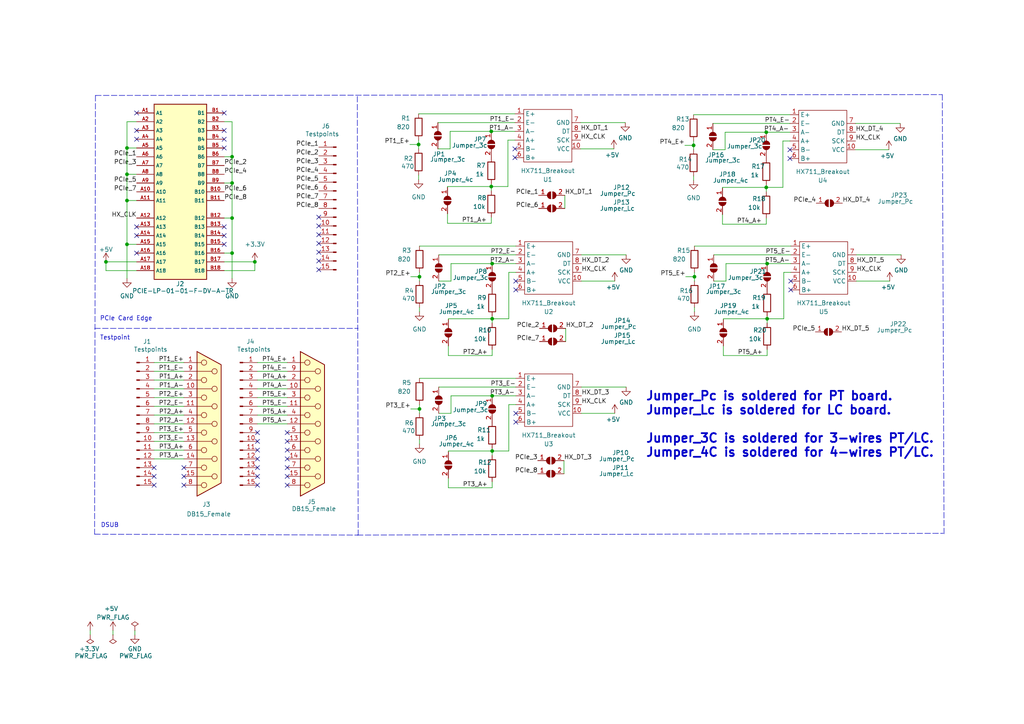
<source format=kicad_sch>
(kicad_sch (version 20211123) (generator eeschema)
  (paper "A4")
  (lib_symbols
    (symbol "Connector:Conn_01x15_Male" (pin_names (offset 1.016) hide)
      (property "Reference" "J" (at 0 20.32 0))
      (property "Value" "Conn_01x15_Male" (at 0 -20.32 0))
      (symbol "Conn_01x15_Male_1_1"
        (polyline (pts (xy 1.27 -17.78) (xy 0.8636 -17.78)) (stroke (width 0.1524)))
        (polyline (pts (xy 1.27 -15.24) (xy 0.8636 -15.24)) (stroke (width 0.1524)))
        (polyline (pts (xy 1.27 -12.7) (xy 0.8636 -12.7)) (stroke (width 0.1524)))
        (polyline (pts (xy 1.27 -10.16) (xy 0.8636 -10.16)) (stroke (width 0.1524)))
        (polyline (pts (xy 1.27 -7.62) (xy 0.8636 -7.62)) (stroke (width 0.1524)))
        (polyline (pts (xy 1.27 -5.08) (xy 0.8636 -5.08)) (stroke (width 0.1524)))
        (polyline (pts (xy 1.27 -2.54) (xy 0.8636 -2.54)) (stroke (width 0.1524)))
        (polyline (pts (xy 1.27 0) (xy 0.8636 0)) (stroke (width 0.1524)))
        (polyline (pts (xy 1.27 2.54) (xy 0.8636 2.54)) (stroke (width 0.1524)))
        (polyline (pts (xy 1.27 5.08) (xy 0.8636 5.08)) (stroke (width 0.1524)))
        (polyline (pts (xy 1.27 7.62) (xy 0.8636 7.62)) (stroke (width 0.1524)))
        (polyline (pts (xy 1.27 10.16) (xy 0.8636 10.16)) (stroke (width 0.1524)))
        (polyline (pts (xy 1.27 12.7) (xy 0.8636 12.7)) (stroke (width 0.1524)))
        (polyline (pts (xy 1.27 15.24) (xy 0.8636 15.24)) (stroke (width 0.1524)))
        (polyline (pts (xy 1.27 17.78) (xy 0.8636 17.78)) (stroke (width 0.1524)))
        (rectangle (start 0.8636 -17.653) (end 0 -17.907) (stroke (width 0.1524)) (fill (type outline)))
        (rectangle (start 0.8636 -15.113) (end 0 -15.367) (stroke (width 0.1524)) (fill (type outline)))
        (rectangle (start 0.8636 -12.573) (end 0 -12.827) (stroke (width 0.1524)) (fill (type outline)))
        (rectangle (start 0.8636 -10.033) (end 0 -10.287) (stroke (width 0.1524)) (fill (type outline)))
        (rectangle (start 0.8636 -7.493) (end 0 -7.747) (stroke (width 0.1524)) (fill (type outline)))
        (rectangle (start 0.8636 -4.953) (end 0 -5.207) (stroke (width 0.1524)) (fill (type outline)))
        (rectangle (start 0.8636 -2.413) (end 0 -2.667) (stroke (width 0.1524)) (fill (type outline)))
        (rectangle (start 0.8636 0.127) (end 0 -0.127) (stroke (width 0.1524)) (fill (type outline)))
        (rectangle (start 0.8636 2.667) (end 0 2.413) (stroke (width 0.1524)) (fill (type outline)))
        (rectangle (start 0.8636 5.207) (end 0 4.953) (stroke (width 0.1524)) (fill (type outline)))
        (rectangle (start 0.8636 7.747) (end 0 7.493) (stroke (width 0.1524)) (fill (type outline)))
        (rectangle (start 0.8636 10.287) (end 0 10.033) (stroke (width 0.1524)) (fill (type outline)))
        (rectangle (start 0.8636 12.827) (end 0 12.573) (stroke (width 0.1524)) (fill (type outline)))
        (rectangle (start 0.8636 15.367) (end 0 15.113) (stroke (width 0.1524)) (fill (type outline)))
        (rectangle (start 0.8636 17.907) (end 0 17.653) (stroke (width 0.1524)) (fill (type outline)))
        (pin passive line (at 5.08 17.78 180) (length 3.81) (name "Pin_1") (number "1"))
        (pin passive line (at 5.08 -5.08 180) (length 3.81) (name "Pin_10") (number "10"))
        (pin passive line (at 5.08 -7.62 180) (length 3.81) (name "Pin_11") (number "11"))
        (pin passive line (at 5.08 -10.16 180) (length 3.81) (name "Pin_12") (number "12"))
        (pin passive line (at 5.08 -12.7 180) (length 3.81) (name "Pin_13") (number "13"))
        (pin passive line (at 5.08 -15.24 180) (length 3.81) (name "Pin_14") (number "14"))
        (pin passive line (at 5.08 -17.78 180) (length 3.81) (name "Pin_15") (number "15"))
        (pin passive line (at 5.08 15.24 180) (length 3.81) (name "Pin_2") (number "2"))
        (pin passive line (at 5.08 12.7 180) (length 3.81) (name "Pin_3") (number "3"))
        (pin passive line (at 5.08 10.16 180) (length 3.81) (name "Pin_4") (number "4"))
        (pin passive line (at 5.08 7.62 180) (length 3.81) (name "Pin_5") (number "5"))
        (pin passive line (at 5.08 5.08 180) (length 3.81) (name "Pin_6") (number "6"))
        (pin passive line (at 5.08 2.54 180) (length 3.81) (name "Pin_7") (number "7"))
        (pin passive line (at 5.08 0 180) (length 3.81) (name "Pin_8") (number "8"))
        (pin passive line (at 5.08 -2.54 180) (length 3.81) (name "Pin_9") (number "9"))
      )
    )
    (symbol "Connector:DB15_Female" (pin_names (offset 1.016) hide)
      (property "Reference" "J" (at 0.508 21.59 0))
      (property "Value" "DB15_Female" (at 0 -22.225 0))
      (symbol "DB15_Female_0_1"
        (circle (center -1.778 -17.78) (radius 0.762))
        (circle (center -1.778 -12.7) (radius 0.762))
        (circle (center -1.778 -7.62) (radius 0.762))
        (circle (center -1.778 -2.54) (radius 0.762))
        (circle (center -1.778 2.54) (radius 0.762))
        (circle (center -1.778 7.62) (radius 0.762))
        (circle (center -1.778 12.7) (radius 0.762))
        (circle (center -1.778 17.78) (radius 0.762))
        (polyline (pts (xy -3.81 -17.78) (xy -2.54 -17.78)))
        (polyline (pts (xy -3.81 -15.24) (xy 0.508 -15.24)))
        (polyline (pts (xy -3.81 -12.7) (xy -2.54 -12.7)))
        (polyline (pts (xy -3.81 -10.16) (xy 0.508 -10.16)))
        (polyline (pts (xy -3.81 -7.62) (xy -2.54 -7.62)))
        (polyline (pts (xy -3.81 -5.08) (xy 0.508 -5.08)))
        (polyline (pts (xy -3.81 -2.54) (xy -2.54 -2.54)))
        (polyline (pts (xy -3.81 0) (xy 0.508 0)))
        (polyline (pts (xy -3.81 2.54) (xy -2.54 2.54)))
        (polyline (pts (xy -3.81 5.08) (xy 0.508 5.08)))
        (polyline (pts (xy -3.81 7.62) (xy -2.54 7.62)))
        (polyline (pts (xy -3.81 10.16) (xy 0.508 10.16)))
        (polyline (pts (xy -3.81 12.7) (xy -2.54 12.7)))
        (polyline (pts (xy -3.81 15.24) (xy 0.508 15.24)))
        (polyline (pts (xy -3.81 17.78) (xy -2.54 17.78)))
        (polyline (pts (xy -3.81 20.955) (xy 3.175 17.145) (xy 3.175 -17.145) (xy -3.81 -20.955) (xy -3.81 20.955)) (stroke (width 0.254)) (fill (type background)))
        (circle (center 1.27 -15.24) (radius 0.762))
        (circle (center 1.27 -10.16) (radius 0.762))
        (circle (center 1.27 -5.08) (radius 0.762))
        (circle (center 1.27 0) (radius 0.762))
        (circle (center 1.27 5.08) (radius 0.762))
        (circle (center 1.27 10.16) (radius 0.762))
        (circle (center 1.27 15.24) (radius 0.762))
      )
      (symbol "DB15_Female_1_1"
        (pin passive line (at -7.62 17.78 0) (length 3.81) (name "1") (number "1"))
        (pin passive line (at -7.62 10.16 0) (length 3.81) (name "P10") (number "10"))
        (pin passive line (at -7.62 5.08 0) (length 3.81) (name "P111") (number "11"))
        (pin passive line (at -7.62 0 0) (length 3.81) (name "P12") (number "12"))
        (pin passive line (at -7.62 -5.08 0) (length 3.81) (name "P13") (number "13"))
        (pin passive line (at -7.62 -10.16 0) (length 3.81) (name "P14") (number "14"))
        (pin passive line (at -7.62 -15.24 0) (length 3.81) (name "P15") (number "15"))
        (pin passive line (at -7.62 12.7 0) (length 3.81) (name "2") (number "2"))
        (pin passive line (at -7.62 7.62 0) (length 3.81) (name "3") (number "3"))
        (pin passive line (at -7.62 2.54 0) (length 3.81) (name "4") (number "4"))
        (pin passive line (at -7.62 -2.54 0) (length 3.81) (name "5") (number "5"))
        (pin passive line (at -7.62 -7.62 0) (length 3.81) (name "6") (number "6"))
        (pin passive line (at -7.62 -12.7 0) (length 3.81) (name "7") (number "7"))
        (pin passive line (at -7.62 -17.78 0) (length 3.81) (name "8") (number "8"))
        (pin passive line (at -7.62 15.24 0) (length 3.81) (name "P9") (number "9"))
      )
    )
    (symbol "Device:R" (pin_numbers hide) (pin_names (offset 0))
      (property "Reference" "R" (at 2.032 0 90))
      (property "Value" "R" (at 0 0 90))
      (symbol "R_0_1"
        (rectangle (start -1.016 -2.54) (end 1.016 2.54) (stroke (width 0.254)))
      )
      (symbol "R_1_1"
        (pin passive line (at 0 3.81 270) (length 1.27) (name "~") (number "1"))
        (pin passive line (at 0 -3.81 90) (length 1.27) (name "~") (number "2"))
      )
    )
    (symbol "ELLIE:HX711_Breakout"
      (property "Reference" "U" (at -1.27 -5.08 0))
      (property "Value" "HX711_Breakout" (at -1.27 -7.62 0))
      (symbol "HX711_Breakout_0_1"
        (rectangle (start -8.89 11.43) (end 5.08 -3.81))
      )
      (symbol "HX711_Breakout_1_1"
        (pin output line (at -11.43 10.16 0) (length 2.54) (name "E+") (number "1"))
        (pin power_in line (at 7.62 0 180) (length 2.54) (name "VCC") (number "10"))
        (pin output line (at -11.43 7.62 0) (length 2.54) (name "E-") (number "2"))
        (pin input line (at -11.43 5.08 0) (length 2.54) (name "A-") (number "3"))
        (pin input line (at -11.43 2.54 0) (length 2.54) (name "A+") (number "4"))
        (pin output line (at -11.43 0 0) (length 2.54) (name "B-") (number "5"))
        (pin output line (at -11.43 -2.54 0) (length 2.54) (name "B+") (number "6"))
        (pin power_in line (at 7.62 7.62 180) (length 2.54) (name "GND") (number "7"))
        (pin input line (at 7.62 5.08 180) (length 2.54) (name "DT") (number "8"))
        (pin input line (at 7.62 2.54 180) (length 2.54) (name "SCK") (number "9"))
      )
    )
    (symbol "HX711_Breakout_1"
      (property "Reference" "U" (at -1.27 -5.08 0))
      (property "Value" "HX711_Breakout_1" (at -1.27 -7.62 0))
      (symbol "HX711_Breakout_1_0_1"
        (rectangle (start -8.89 11.43) (end 5.08 -3.81))
      )
      (symbol "HX711_Breakout_1_1_1"
        (pin output line (at -11.43 10.16 0) (length 2.54) (name "E+") (number "1"))
        (pin power_in line (at 7.62 0 180) (length 2.54) (name "VCC") (number "10"))
        (pin output line (at -11.43 7.62 0) (length 2.54) (name "E-") (number "2"))
        (pin input line (at -11.43 5.08 0) (length 2.54) (name "A-") (number "3"))
        (pin input line (at -11.43 2.54 0) (length 2.54) (name "A+") (number "4"))
        (pin output line (at -11.43 0 0) (length 2.54) (name "B-") (number "5"))
        (pin output line (at -11.43 -2.54 0) (length 2.54) (name "B+") (number "6"))
        (pin power_in line (at 7.62 7.62 180) (length 2.54) (name "GND") (number "7"))
        (pin input line (at 7.62 5.08 180) (length 2.54) (name "DT") (number "8"))
        (pin input line (at 7.62 2.54 180) (length 2.54) (name "SCK") (number "9"))
      )
    )
    (symbol "HX711_Breakout_2"
      (property "Reference" "U" (at -1.27 -5.08 0))
      (property "Value" "HX711_Breakout_2" (at -1.27 -7.62 0))
      (symbol "HX711_Breakout_2_0_1"
        (rectangle (start -8.89 11.43) (end 5.08 -3.81))
      )
      (symbol "HX711_Breakout_2_1_1"
        (pin output line (at -11.43 10.16 0) (length 2.54) (name "E+") (number "1"))
        (pin power_in line (at 7.62 0 180) (length 2.54) (name "VCC") (number "10"))
        (pin output line (at -11.43 7.62 0) (length 2.54) (name "E-") (number "2"))
        (pin input line (at -11.43 5.08 0) (length 2.54) (name "A-") (number "3"))
        (pin input line (at -11.43 2.54 0) (length 2.54) (name "A+") (number "4"))
        (pin output line (at -11.43 0 0) (length 2.54) (name "B-") (number "5"))
        (pin output line (at -11.43 -2.54 0) (length 2.54) (name "B+") (number "6"))
        (pin power_in line (at 7.62 7.62 180) (length 2.54) (name "GND") (number "7"))
        (pin input line (at 7.62 5.08 180) (length 2.54) (name "DT") (number "8"))
        (pin input line (at 7.62 2.54 180) (length 2.54) (name "SCK") (number "9"))
      )
    )
    (symbol "HX711_Breakout_3"
      (property "Reference" "U" (at -1.27 -5.08 0))
      (property "Value" "HX711_Breakout_3" (at -1.27 -7.62 0))
      (symbol "HX711_Breakout_3_0_1"
        (rectangle (start -8.89 11.43) (end 5.08 -3.81))
      )
      (symbol "HX711_Breakout_3_1_1"
        (pin output line (at -11.43 10.16 0) (length 2.54) (name "E+") (number "1"))
        (pin power_in line (at 7.62 0 180) (length 2.54) (name "VCC") (number "10"))
        (pin output line (at -11.43 7.62 0) (length 2.54) (name "E-") (number "2"))
        (pin input line (at -11.43 5.08 0) (length 2.54) (name "A-") (number "3"))
        (pin input line (at -11.43 2.54 0) (length 2.54) (name "A+") (number "4"))
        (pin output line (at -11.43 0 0) (length 2.54) (name "B-") (number "5"))
        (pin output line (at -11.43 -2.54 0) (length 2.54) (name "B+") (number "6"))
        (pin power_in line (at 7.62 7.62 180) (length 2.54) (name "GND") (number "7"))
        (pin input line (at 7.62 5.08 180) (length 2.54) (name "DT") (number "8"))
        (pin input line (at 7.62 2.54 180) (length 2.54) (name "SCK") (number "9"))
      )
    )
    (symbol "HX711_Breakout_4"
      (property "Reference" "U" (at -1.27 -5.08 0))
      (property "Value" "HX711_Breakout_4" (at -1.27 -7.62 0))
      (symbol "HX711_Breakout_4_0_1"
        (rectangle (start -8.89 11.43) (end 5.08 -3.81))
      )
      (symbol "HX711_Breakout_4_1_1"
        (pin output line (at -11.43 10.16 0) (length 2.54) (name "E+") (number "1"))
        (pin power_in line (at 7.62 0 180) (length 2.54) (name "VCC") (number "10"))
        (pin output line (at -11.43 7.62 0) (length 2.54) (name "E-") (number "2"))
        (pin input line (at -11.43 5.08 0) (length 2.54) (name "A-") (number "3"))
        (pin input line (at -11.43 2.54 0) (length 2.54) (name "A+") (number "4"))
        (pin output line (at -11.43 0 0) (length 2.54) (name "B-") (number "5"))
        (pin output line (at -11.43 -2.54 0) (length 2.54) (name "B+") (number "6"))
        (pin power_in line (at 7.62 7.62 180) (length 2.54) (name "GND") (number "7"))
        (pin input line (at 7.62 5.08 180) (length 2.54) (name "DT") (number "8"))
        (pin input line (at 7.62 2.54 180) (length 2.54) (name "SCK") (number "9"))
      )
    )
    (symbol "Jumper:SolderJumper_2_Open" (pin_names (offset 0) hide)
      (property "Reference" "JP" (at 0 2.032 0))
      (property "Value" "SolderJumper_2_Open" (at 0 -2.54 0))
      (symbol "SolderJumper_2_Open_0_1"
        (arc (start -0.254 1.016) (mid -1.27 0) (end -0.254 -1.016))
        (arc (start -0.254 1.016) (mid -1.27 0) (end -0.254 -1.016) (fill (type outline)))
        (polyline (pts (xy -0.254 1.016) (xy -0.254 -1.016)))
        (polyline (pts (xy 0.254 1.016) (xy 0.254 -1.016)))
        (arc (start 0.254 -1.016) (mid 1.27 0) (end 0.254 1.016))
        (arc (start 0.254 -1.016) (mid 1.27 0) (end 0.254 1.016) (fill (type outline)))
      )
      (symbol "SolderJumper_2_Open_1_1"
        (pin passive line (at -3.81 0 0) (length 2.54) (name "A") (number "1"))
        (pin passive line (at 3.81 0 180) (length 2.54) (name "B") (number "2"))
      )
    )
    (symbol "PCIE_Card_Edge:PCIE-LP-01-01-F-DV-A-TR_(card_edge)"
      (property "Reference" "J" (at 0 0 0))
      (property "Value" "PCIE-LP-01-01-F-DV-A-TR_(card_edge)" (at 0 0 0))
      (symbol "PCIE-LP-01-01-F-DV-A-TR_(card_edge)_0_0"
        (rectangle (start -6.35 3.81) (end 8.89 54.61) (stroke (width 0.254)) (fill (type background)))
        (pin passive line (at -11.43 52.07 0) (length 5.08) (name "A1") (number "A1"))
        (pin passive line (at -11.43 29.21 0) (length 5.08) (name "A10") (number "A10"))
        (pin passive line (at -11.43 26.67 0) (length 5.08) (name "A11") (number "A11"))
        (pin passive line (at -11.43 21.59 0) (length 5.08) (name "A12") (number "A12"))
        (pin passive line (at -11.43 19.05 0) (length 5.08) (name "A13") (number "A13"))
        (pin passive line (at -11.43 16.51 0) (length 5.08) (name "A14") (number "A14"))
        (pin passive line (at -11.43 13.97 0) (length 5.08) (name "A15") (number "A15"))
        (pin passive line (at -11.43 11.43 0) (length 5.08) (name "A16") (number "A16"))
        (pin passive line (at -11.43 8.89 0) (length 5.08) (name "A17") (number "A17"))
        (pin passive line (at -11.43 6.35 0) (length 5.08) (name "A18") (number "A18"))
        (pin passive line (at -11.43 49.53 0) (length 5.08) (name "A2") (number "A2"))
        (pin passive line (at -11.43 46.99 0) (length 5.08) (name "A3") (number "A3"))
        (pin passive line (at -11.43 44.45 0) (length 5.08) (name "A4") (number "A4"))
        (pin passive line (at -11.43 41.91 0) (length 5.08) (name "A5") (number "A5"))
        (pin passive line (at -11.43 39.37 0) (length 5.08) (name "A6") (number "A6"))
        (pin passive line (at -11.43 36.83 0) (length 5.08) (name "A7") (number "A7"))
        (pin passive line (at -11.43 34.29 0) (length 5.08) (name "A8") (number "A8"))
        (pin passive line (at -11.43 31.75 0) (length 5.08) (name "A9") (number "A9"))
        (pin passive line (at 13.97 52.07 180) (length 5.08) (name "B1") (number "B1"))
        (pin passive line (at 13.97 29.21 180) (length 5.08) (name "B10") (number "B10"))
        (pin passive line (at 13.97 26.67 180) (length 5.08) (name "B11") (number "B11"))
        (pin passive line (at 13.97 21.59 180) (length 5.08) (name "B12") (number "B12"))
        (pin passive line (at 13.97 19.05 180) (length 5.08) (name "B13") (number "B13"))
        (pin passive line (at 13.97 16.51 180) (length 5.08) (name "B14") (number "B14"))
        (pin passive line (at 13.97 13.97 180) (length 5.08) (name "B15") (number "B15"))
        (pin passive line (at 13.97 11.43 180) (length 5.08) (name "B16") (number "B16"))
        (pin passive line (at 13.97 8.89 180) (length 5.08) (name "B17") (number "B17"))
        (pin passive line (at 13.97 6.35 180) (length 5.08) (name "B18") (number "B18"))
        (pin passive line (at 13.97 49.53 180) (length 5.08) (name "B2") (number "B2"))
        (pin passive line (at 13.97 46.99 180) (length 5.08) (name "B3") (number "B3"))
        (pin passive line (at 13.97 44.45 180) (length 5.08) (name "B4") (number "B4"))
        (pin passive line (at 13.97 41.91 180) (length 5.08) (name "B5") (number "B5"))
        (pin passive line (at 13.97 39.37 180) (length 5.08) (name "B6") (number "B6"))
        (pin passive line (at 13.97 36.83 180) (length 5.08) (name "B7") (number "B7"))
        (pin passive line (at 13.97 34.29 180) (length 5.08) (name "B8") (number "B8"))
        (pin passive line (at 13.97 31.75 180) (length 5.08) (name "B9") (number "B9"))
      )
    )
    (symbol "power:+3.3V" (power) (pin_names (offset 0))
      (property "Value" "+3.3V" (at 0 3.556 0))
      (symbol "+3.3V_0_1"
        (polyline (pts (xy -0.762 1.27) (xy 0 2.54)))
        (polyline (pts (xy 0 0) (xy 0 2.54)))
        (polyline (pts (xy 0 2.54) (xy 0.762 1.27)))
      )
      (symbol "+3.3V_1_1"
        (pin power_in line (at 0 0 90) (length 0) hide (name "+3.3V") (number "1"))
      )
    )
    (symbol "power:+5V" (power) (pin_names (offset 0))
      (property "Value" "+5V" (at 0 3.556 0))
      (symbol "+5V_0_1"
        (polyline (pts (xy -0.762 1.27) (xy 0 2.54)))
        (polyline (pts (xy 0 0) (xy 0 2.54)))
        (polyline (pts (xy 0 2.54) (xy 0.762 1.27)))
      )
      (symbol "+5V_1_1"
        (pin power_in line (at 0 0 90) (length 0) hide (name "+5V") (number "1"))
      )
    )
    (symbol "power:GND" (power) (pin_names (offset 0))
      (property "Value" "GND" (at 0 -3.81 0))
      (symbol "GND_0_1"
        (polyline (pts (xy 0 0) (xy 0 -1.27) (xy 1.27 -1.27) (xy 0 -2.54) (xy -1.27 -1.27) (xy 0 -1.27)))
      )
      (symbol "GND_1_1"
        (pin power_in line (at 0 0 270) (length 0) hide (name "GND") (number "1"))
      )
    )
    (symbol "power:PWR_FLAG" (power) (pin_numbers hide) (pin_names (offset 0) hide)
      (property "Value" "PWR_FLAG" (at 0 3.81 0))
      (symbol "PWR_FLAG_0_0"
        (pin power_out line (at 0 0 90) (length 0) (name "pwr") (number "1"))
      )
      (symbol "PWR_FLAG_0_1"
        (polyline (pts (xy 0 0) (xy 0 1.27) (xy -1.016 1.905) (xy 0 2.54) (xy 1.016 1.905) (xy 0 1.27)))
      )
    )
  )
  (junction (at 222.25 54.356))
  (junction (at 201.168 42.164))
  (junction (at 121.412 41.91))
  (junction (at 121.666 80.264))
  (junction (at 36.83 58.166))
  (junction (at 67.31 45.466))
  (junction (at 73.914 75.946))
  (junction (at 201.422 80.264))
  (junction (at 142.748 76.454))
  (junction (at 36.83 70.866))
  (junction (at 142.748 130.81))
  (junction (at 67.31 63.246))
  (junction (at 36.83 50.546))
  (junction (at 67.31 53.086))
  (junction (at 30.734 75.946))
  (junction (at 36.83 42.926))
  (junction (at 142.494 38.1))
  (junction (at 142.748 92.456))
  (junction (at 67.31 73.406))
  (junction (at 142.748 114.808))
  (junction (at 222.504 92.456))
  (junction (at 222.504 76.454))
  (junction (at 222.25 38.354))
  (junction (at 121.666 118.618))
  (junction (at 142.494 54.102))
  (no_connect (at 65.024 32.766))
  (no_connect (at 39.624 40.386))
  (no_connect (at 74.676 130.556))
  (no_connect (at 83.312 125.476))
  (no_connect (at 229.108 43.434))
  (no_connect (at 44.704 135.636))
  (no_connect (at 65.024 68.326))
  (no_connect (at 92.456 75.692))
  (no_connect (at 92.456 70.612))
  (no_connect (at 39.624 37.846))
  (no_connect (at 149.606 122.428))
  (no_connect (at 74.676 128.016))
  (no_connect (at 74.676 135.636))
  (no_connect (at 74.676 140.716))
  (no_connect (at 53.34 138.176))
  (no_connect (at 65.024 42.926))
  (no_connect (at 74.676 125.476))
  (no_connect (at 44.704 140.716))
  (no_connect (at 149.606 119.888))
  (no_connect (at 229.362 84.074))
  (no_connect (at 149.606 81.534))
  (no_connect (at 83.312 140.716))
  (no_connect (at 92.456 65.532))
  (no_connect (at 229.362 81.534))
  (no_connect (at 83.312 138.176))
  (no_connect (at 39.624 65.786))
  (no_connect (at 74.676 138.176))
  (no_connect (at 74.676 133.096))
  (no_connect (at 53.34 135.636))
  (no_connect (at 92.456 62.992))
  (no_connect (at 65.024 37.846))
  (no_connect (at 83.312 130.556))
  (no_connect (at 149.352 43.18))
  (no_connect (at 92.456 73.152))
  (no_connect (at 229.108 45.974))
  (no_connect (at 65.024 40.386))
  (no_connect (at 83.312 133.096))
  (no_connect (at 92.456 68.072))
  (no_connect (at 149.352 45.72))
  (no_connect (at 39.624 68.326))
  (no_connect (at 83.312 128.016))
  (no_connect (at 53.34 140.716))
  (no_connect (at 39.624 73.406))
  (no_connect (at 65.024 70.866))
  (no_connect (at 44.704 138.176))
  (no_connect (at 92.456 78.232))
  (no_connect (at 65.024 65.786))
  (no_connect (at 149.606 84.074))
  (no_connect (at 83.312 135.636))
  (no_connect (at 39.624 32.766))
  (wire (pts (xy 127.254 112.268) (xy 149.606 112.268)))
  (wire (pts (xy 168.656 81.534) (xy 178.308 81.534)))
  (wire (pts (xy 222.25 63.246) (xy 222.25 65.024)))
  (wire (pts (xy 67.31 73.406) (xy 67.31 80.772)))
  (wire (pts (xy 201.168 40.894) (xy 201.168 42.164)))
  (wire (pts (xy 222.25 38.354) (xy 229.108 38.354)))
  (wire (pts (xy 130.81 114.808) (xy 142.748 114.808)))
  (wire (pts (xy 227.33 78.994) (xy 227.33 92.456)))
  (wire (pts (xy 74.676 107.696) (xy 83.312 107.696)))
  (wire (pts (xy 121.666 80.264) (xy 121.666 81.534)))
  (wire (pts (xy 130.556 38.1) (xy 142.494 38.1)))
  (wire (pts (xy 127.254 119.888) (xy 130.81 119.888)))
  (wire (pts (xy 130.556 43.18) (xy 130.556 38.1)))
  (wire (pts (xy 227.076 40.894) (xy 229.108 40.894)))
  (wire (pts (xy 129.794 54.102) (xy 142.494 54.102)))
  (wire (pts (xy 121.412 41.91) (xy 121.412 43.18)))
  (wire (pts (xy 121.666 89.154) (xy 121.666 90.424)))
  (wire (pts (xy 201.422 89.154) (xy 201.422 90.424)))
  (wire (pts (xy 147.574 78.994) (xy 147.574 92.456)))
  (wire (pts (xy 210.566 76.454) (xy 222.504 76.454)))
  (wire (pts (xy 36.83 35.306) (xy 36.83 42.926)))
  (wire (pts (xy 147.32 40.64) (xy 147.32 54.102)))
  (wire (pts (xy 142.748 76.454) (xy 149.606 76.454)))
  (wire (pts (xy 207.01 81.534) (xy 210.566 81.534)))
  (polyline (pts (xy 27.432 154.94) (xy 103.886 155.194)))
  (wire (pts (xy 74.676 120.396) (xy 83.312 120.396)))
  (wire (pts (xy 222.504 101.346) (xy 222.504 103.124)))
  (wire (pts (xy 44.704 120.396) (xy 53.34 120.396)))
  (wire (pts (xy 130.048 141.478) (xy 142.748 141.478)))
  (wire (pts (xy 121.412 40.64) (xy 121.412 41.91)))
  (wire (pts (xy 142.748 139.7) (xy 142.748 141.478)))
  (wire (pts (xy 142.748 92.456) (xy 147.574 92.456)))
  (wire (pts (xy 74.676 105.156) (xy 83.312 105.156)))
  (wire (pts (xy 36.83 70.866) (xy 39.624 70.866)))
  (wire (pts (xy 74.676 122.936) (xy 83.312 122.936)))
  (wire (pts (xy 164.084 95.25) (xy 164.084 99.06)))
  (wire (pts (xy 121.666 71.374) (xy 149.606 71.374)))
  (wire (pts (xy 73.914 75.946) (xy 73.914 78.486)))
  (wire (pts (xy 168.402 35.56) (xy 181.356 35.56)))
  (wire (pts (xy 147.574 117.348) (xy 147.574 130.81)))
  (wire (pts (xy 142.494 62.992) (xy 142.494 64.77)))
  (wire (pts (xy 206.756 43.434) (xy 210.312 43.434)))
  (wire (pts (xy 65.024 75.946) (xy 73.914 75.946)))
  (wire (pts (xy 67.31 53.086) (xy 67.31 63.246)))
  (wire (pts (xy 207.01 73.914) (xy 229.362 73.914)))
  (wire (pts (xy 222.25 54.356) (xy 227.076 54.356)))
  (wire (pts (xy 67.31 63.246) (xy 67.31 73.406)))
  (wire (pts (xy 142.748 101.346) (xy 142.748 103.124)))
  (wire (pts (xy 32.766 184.15) (xy 32.766 182.88)))
  (wire (pts (xy 127 43.18) (xy 130.556 43.18)))
  (wire (pts (xy 198.628 42.164) (xy 201.168 42.164)))
  (wire (pts (xy 74.676 110.236) (xy 83.312 110.236)))
  (wire (pts (xy 142.494 54.102) (xy 142.494 55.372)))
  (wire (pts (xy 44.704 105.156) (xy 53.34 105.156)))
  (wire (pts (xy 210.566 81.534) (xy 210.566 76.454)))
  (wire (pts (xy 227.076 40.894) (xy 227.076 54.356)))
  (wire (pts (xy 209.55 54.356) (xy 209.55 54.61)))
  (wire (pts (xy 209.804 92.456) (xy 209.804 92.71)))
  (wire (pts (xy 44.704 117.856) (xy 53.34 117.856)))
  (wire (pts (xy 121.666 118.618) (xy 121.666 119.888)))
  (wire (pts (xy 147.574 78.994) (xy 149.606 78.994)))
  (wire (pts (xy 248.158 43.434) (xy 257.81 43.434)))
  (wire (pts (xy 36.83 42.926) (xy 36.83 50.546)))
  (wire (pts (xy 147.32 40.64) (xy 149.352 40.64)))
  (wire (pts (xy 209.804 100.33) (xy 209.804 103.124)))
  (wire (pts (xy 65.024 35.306) (xy 67.31 35.306)))
  (wire (pts (xy 119.126 80.264) (xy 121.666 80.264)))
  (wire (pts (xy 30.734 75.946) (xy 39.624 75.946)))
  (wire (pts (xy 142.748 130.81) (xy 142.748 132.08)))
  (wire (pts (xy 168.656 73.914) (xy 181.61 73.914)))
  (wire (pts (xy 65.024 78.486) (xy 73.914 78.486)))
  (wire (pts (xy 74.676 112.776) (xy 83.312 112.776)))
  (wire (pts (xy 36.83 58.166) (xy 39.624 58.166)))
  (wire (pts (xy 206.756 35.814) (xy 229.108 35.814)))
  (wire (pts (xy 201.168 42.164) (xy 201.168 43.434)))
  (wire (pts (xy 39.116 182.88) (xy 39.116 184.15)))
  (wire (pts (xy 168.656 119.888) (xy 178.308 119.888)))
  (wire (pts (xy 201.422 78.994) (xy 201.422 80.264)))
  (wire (pts (xy 44.704 125.476) (xy 53.34 125.476)))
  (wire (pts (xy 65.024 63.246) (xy 67.31 63.246)))
  (wire (pts (xy 127 35.56) (xy 149.352 35.56)))
  (wire (pts (xy 130.048 100.33) (xy 130.048 103.124)))
  (wire (pts (xy 227.33 78.994) (xy 229.362 78.994)))
  (wire (pts (xy 127.254 81.534) (xy 130.81 81.534)))
  (wire (pts (xy 130.81 76.454) (xy 142.748 76.454)))
  (wire (pts (xy 222.25 54.356) (xy 222.25 55.626)))
  (wire (pts (xy 248.412 73.914) (xy 261.366 73.914)))
  (polyline (pts (xy 103.632 27.94) (xy 103.886 155.194)))
  (wire (pts (xy 248.158 35.814) (xy 261.112 35.814)))
  (wire (pts (xy 209.55 54.356) (xy 222.25 54.356)))
  (wire (pts (xy 222.504 92.456) (xy 222.504 93.726)))
  (wire (pts (xy 142.494 54.102) (xy 147.32 54.102)))
  (wire (pts (xy 201.168 51.054) (xy 201.168 52.324)))
  (wire (pts (xy 142.748 114.808) (xy 149.606 114.808)))
  (wire (pts (xy 163.83 56.642) (xy 163.83 60.452)))
  (wire (pts (xy 209.804 92.456) (xy 222.504 92.456)))
  (wire (pts (xy 30.734 75.946) (xy 30.734 78.486)))
  (wire (pts (xy 130.048 138.684) (xy 130.048 141.478)))
  (wire (pts (xy 121.412 33.02) (xy 149.352 33.02)))
  (polyline (pts (xy 27.686 27.686) (xy 27.432 154.94)))
  (wire (pts (xy 142.748 130.048) (xy 142.748 130.81)))
  (wire (pts (xy 129.794 54.102) (xy 129.794 54.356)))
  (wire (pts (xy 44.704 112.776) (xy 53.34 112.776)))
  (wire (pts (xy 118.872 41.91) (xy 121.412 41.91)))
  (wire (pts (xy 65.024 53.086) (xy 67.31 53.086)))
  (wire (pts (xy 67.31 35.306) (xy 67.31 45.466)))
  (wire (pts (xy 44.704 133.096) (xy 53.34 133.096)))
  (wire (pts (xy 121.666 117.348) (xy 121.666 118.618)))
  (wire (pts (xy 74.676 115.316) (xy 83.312 115.316)))
  (wire (pts (xy 222.504 91.694) (xy 222.504 92.456)))
  (wire (pts (xy 248.412 81.534) (xy 258.064 81.534)))
  (polyline (pts (xy 273.304 27.432) (xy 273.812 154.94)))
  (wire (pts (xy 44.704 110.236) (xy 53.34 110.236)))
  (wire (pts (xy 209.55 62.23) (xy 209.55 65.024)))
  (wire (pts (xy 36.83 50.546) (xy 39.624 50.546)))
  (wire (pts (xy 39.624 35.306) (xy 36.83 35.306)))
  (wire (pts (xy 209.804 103.124) (xy 222.504 103.124)))
  (wire (pts (xy 210.312 43.434) (xy 210.312 38.354)))
  (wire (pts (xy 222.504 92.456) (xy 227.33 92.456)))
  (wire (pts (xy 130.048 92.456) (xy 130.048 92.71)))
  (wire (pts (xy 129.794 64.77) (xy 142.494 64.77)))
  (wire (pts (xy 168.402 43.18) (xy 178.054 43.18)))
  (wire (pts (xy 44.704 122.936) (xy 53.34 122.936)))
  (wire (pts (xy 201.168 33.274) (xy 229.108 33.274)))
  (wire (pts (xy 198.882 80.264) (xy 201.422 80.264)))
  (wire (pts (xy 210.312 38.354) (xy 222.25 38.354)))
  (wire (pts (xy 44.704 130.556) (xy 53.34 130.556)))
  (wire (pts (xy 119.126 118.618) (xy 121.666 118.618)))
  (wire (pts (xy 30.734 78.486) (xy 39.624 78.486)))
  (wire (pts (xy 36.83 58.166) (xy 36.83 70.866)))
  (wire (pts (xy 142.748 130.81) (xy 147.574 130.81)))
  (wire (pts (xy 130.048 92.456) (xy 142.748 92.456)))
  (polyline (pts (xy 27.686 27.686) (xy 273.304 27.432)))
  (wire (pts (xy 74.676 117.856) (xy 83.312 117.856)))
  (wire (pts (xy 147.574 117.348) (xy 149.606 117.348)))
  (wire (pts (xy 222.504 76.454) (xy 229.362 76.454)))
  (wire (pts (xy 129.794 61.976) (xy 129.794 64.77)))
  (wire (pts (xy 201.422 80.264) (xy 201.422 81.534)))
  (wire (pts (xy 26.162 184.15) (xy 26.162 182.88)))
  (wire (pts (xy 209.55 65.024) (xy 222.25 65.024)))
  (wire (pts (xy 67.31 45.466) (xy 67.31 53.086)))
  (wire (pts (xy 130.048 130.81) (xy 142.748 130.81)))
  (wire (pts (xy 121.412 50.8) (xy 121.412 52.07)))
  (wire (pts (xy 168.656 112.268) (xy 181.61 112.268)))
  (wire (pts (xy 142.494 38.1) (xy 149.352 38.1)))
  (wire (pts (xy 44.704 128.016) (xy 53.34 128.016)))
  (wire (pts (xy 39.624 42.926) (xy 36.83 42.926)))
  (polyline (pts (xy 27.432 95.25) (xy 103.886 95.25)))
  (wire (pts (xy 36.83 70.866) (xy 36.83 80.772)))
  (wire (pts (xy 36.83 50.546) (xy 36.83 58.166)))
  (wire (pts (xy 65.024 45.466) (xy 67.31 45.466)))
  (wire (pts (xy 130.048 103.124) (xy 142.748 103.124)))
  (wire (pts (xy 44.704 107.696) (xy 53.34 107.696)))
  (wire (pts (xy 127.254 73.914) (xy 149.606 73.914)))
  (wire (pts (xy 130.81 119.888) (xy 130.81 114.808)))
  (polyline (pts (xy 103.632 155.194) (xy 273.558 154.686)))
  (wire (pts (xy 142.748 91.694) (xy 142.748 92.456)))
  (wire (pts (xy 44.704 115.316) (xy 53.34 115.316)))
  (wire (pts (xy 130.81 81.534) (xy 130.81 76.454)))
  (wire (pts (xy 201.422 71.374) (xy 229.362 71.374)))
  (wire (pts (xy 121.666 78.994) (xy 121.666 80.264)))
  (wire (pts (xy 121.666 127.508) (xy 121.666 128.778)))
  (wire (pts (xy 130.048 130.81) (xy 130.048 131.064)))
  (wire (pts (xy 222.25 53.594) (xy 222.25 54.356)))
  (wire (pts (xy 142.494 53.34) (xy 142.494 54.102)))
  (wire (pts (xy 142.748 92.456) (xy 142.748 93.726)))
  (wire (pts (xy 65.024 73.406) (xy 67.31 73.406)))
  (wire (pts (xy 121.666 109.728) (xy 149.606 109.728)))
  (wire (pts (xy 163.576 133.604) (xy 163.576 137.414)))
  (text "DSUB" (at 29.21 153.162 0) (effects (font (size 1.27 1.27)) (justify left bottom)))
  (text "Testpoint" (at 28.956 98.806 0) (effects (font (size 1.27 1.27)) (justify left bottom)))
  (text "Jumper_Pc is soldered for PT board.\nJumper_Lc is soldered for LC board.\n\nJumper_3C is soldered for 3-wires PT/LC.\nJumper_4C is soldered for 4-wires PT/LC." (at 187.198 132.842 0) (effects (font (size 2.54 2.54) (thickness 0.508) bold) (justify left bottom)))
  (text "PCIe Card Edge" (at 28.956 93.218 0) (effects (font (size 1.27 1.27)) (justify left bottom)))
  (label "PT3_E-" (at 149.606 112.268 180))
  (label "PT4_A+" (at 220.98 65.024 180))
  (label "PCIe_3" (at 92.456 47.752 180))
  (label "PT2_A-" (at 149.352 76.454 180))
  (label "PCIe_3" (at 39.624 48.006 180))
  (label "PT1_E-" (at 53.34 107.696 180))
  (label "PCIe_6" (at 92.456 55.372 180))
  (label "HX_CLK" (at 168.656 117.348 0))
  (label "PCIe_1" (at 92.456 42.672 180))
  (label "PT5_E+" (at 83.312 115.316 180))
  (label "PT5_A+" (at 83.312 120.396 180))
  (label "PT3_E-" (at 53.34 128.016 180))
  (label "PT5_A-" (at 229.108 76.454 180))
  (label "PCIe_6" (at 65.024 55.626 0))
  (label "PCIe_5" (at 236.474 96.266 180))
  (label "HX_CLK" (at 168.402 40.64 0))
  (label "PCIe_6" (at 156.21 60.452 180))
  (label "PT5_A+" (at 221.234 103.124 180))
  (label "PT2_E-" (at 53.34 117.856 180))
  (label "PCIe_8" (at 92.456 60.452 180))
  (label "PCIe_1" (at 156.21 56.642 180))
  (label "PT2_E-" (at 149.606 73.914 180))
  (label "HX_CLK" (at 248.158 40.894 0))
  (label "PCIe_1" (at 39.624 45.466 180))
  (label "PT1_A+" (at 53.34 110.236 180))
  (label "PCIe_7" (at 92.456 57.912 180))
  (label "PT4_A-" (at 83.312 112.776 180))
  (label "PCIe_4" (at 65.024 50.546 0))
  (label "HX_CLK" (at 168.656 78.994 0))
  (label "PT4_A-" (at 228.854 38.354 180))
  (label "PT2_E+" (at 119.126 80.264 180))
  (label "HX_DT_3" (at 163.576 133.604 0))
  (label "PCIe_8" (at 65.024 58.166 0))
  (label "PT3_A+" (at 53.34 130.556 180))
  (label "PCIe_4" (at 92.456 50.292 180))
  (label "HX_CLK" (at 248.412 78.994 0))
  (label "PCIe_2" (at 156.464 95.25 180))
  (label "PT4_E+" (at 198.628 42.164 180))
  (label "PT1_E-" (at 149.352 35.56 180))
  (label "PT5_A-" (at 83.312 122.936 180))
  (label "HX_DT_3" (at 168.656 114.808 0))
  (label "PCIe_3" (at 155.956 133.604 180))
  (label "PT1_E+" (at 53.34 105.156 180))
  (label "PCIe_7" (at 39.624 55.626 180))
  (label "HX_DT_2" (at 168.656 76.454 0))
  (label "PT2_A+" (at 141.478 103.124 180))
  (label "PT3_A-" (at 149.352 114.808 180))
  (label "PT5_E-" (at 229.362 73.914 180))
  (label "PT4_A+" (at 83.312 110.236 180))
  (label "PT1_A-" (at 53.34 112.776 180))
  (label "PT1_A+" (at 141.224 64.77 180))
  (label "PT4_E-" (at 83.312 107.696 180))
  (label "PT5_E-" (at 83.312 117.856 180))
  (label "HX_DT_5" (at 244.094 96.266 0))
  (label "PT4_E+" (at 83.312 105.156 180))
  (label "PCIe_4" (at 236.728 58.928 180))
  (label "HX_DT_2" (at 164.084 95.25 0))
  (label "PCIe_7" (at 156.464 99.06 180))
  (label "PT3_A+" (at 141.478 141.478 180))
  (label "PCIe_2" (at 65.024 48.006 0))
  (label "HX_DT_1" (at 168.402 38.1 0))
  (label "PT1_A-" (at 149.098 38.1 180))
  (label "PT2_E+" (at 53.34 115.316 180))
  (label "PT3_A-" (at 53.34 133.096 180))
  (label "HX_DT_4" (at 248.158 38.354 0))
  (label "PT1_E+" (at 118.872 41.91 180))
  (label "HX_DT_4" (at 244.348 58.928 0))
  (label "HX_DT_5" (at 248.412 76.454 0))
  (label "PT2_A+" (at 53.34 120.396 180))
  (label "PCIe_2" (at 92.456 45.212 180))
  (label "PCIe_5" (at 92.456 52.832 180))
  (label "PCIe_5" (at 39.624 53.086 180))
  (label "HX_DT_1" (at 163.83 56.642 0))
  (label "PCIe_8" (at 155.956 137.414 180))
  (label "PT2_A-" (at 53.34 122.936 180))
  (label "PT3_E+" (at 119.126 118.618 180))
  (label "PT3_E+" (at 53.34 125.476 180))
  (label "PT5_E+" (at 198.882 80.264 180))
  (label "PT4_E-" (at 229.108 35.814 180))
  (label "HX_CLK" (at 39.624 63.246 180))
  (symbol (lib_id "power:PWR_FLAG") (at 32.766 184.15 180) (unit 1)
    (property "Reference" "#FLG02" (effects hide))
    (property "Value" "PWR_FLAG" (at 32.766 179.07 0))
  )
  (symbol (lib_id "Connector:Conn_01x15_Male") (at 69.596 122.936 0) (unit 1)
    (property "Reference" "J4" (at 72.644 99.06 0))
    (property "Value" "Testpoints" (at 73.66 101.346 0))
    (property "Footprint" "Connector_PinHeader_2.54mm:PinHeader_1x15_P2.54mm_Vertical" (effects hide))
  )
  (symbol (lib_id "power:GND") (at 121.666 128.778 0) (unit 1)
    (property "Reference" "#PWR010" (effects hide))
    (property "Value" "GND" (at 121.666 133.858 0))
  )
  (symbol (lib_id "Jumper:SolderJumper_2_Open") (at 160.274 95.25 0) (unit 1)
    (property "Reference" "JP14" (at 178.054 92.964 0) (effects (justify left)))
    (property "Value" "Jumper_Pc" (at 174.244 94.742 0) (effects (justify left)))
    (property "Footprint" "Jumper:SolderJumper-2_P1.3mm_Open_RoundedPad1.0x1.5mm" (effects hide))
  )
  (symbol (lib_name "HX711_Breakout_2") (lib_id "ELLIE:HX711_Breakout") (at 240.538 43.434 0) (unit 1)
    (property "Reference" "U4" (at 238.633 52.324 0))
    (property "Value" "HX711_Breakout" (at 238.633 49.784 0))
    (property "Footprint" "Ellie:HX711_Breakout_Board" (effects hide))
  )
  (symbol (lib_id "power:GND") (at 39.116 184.15 0) (unit 1)
    (property "Reference" "#PWR05" (effects hide))
    (property "Value" "GND" (at 39.116 188.214 0))
  )
  (symbol (lib_id "Device:R") (at 201.422 75.184 180) (unit 1)
    (property "Reference" "R15" (at 196.342 72.644 0) (effects (justify right)))
    (property "Value" "820" (at 195.072 75.184 0) (effects (justify right)))
    (property "Footprint" "Resistor_SMD:R_0805_2012Metric" (effects hide))
  )
  (symbol (lib_id "Jumper:SolderJumper_2_Open") (at 130.048 134.874 270) (unit 1)
    (property "Reference" "JP6" (at 129.032 127 90) (effects (justify left)))
    (property "Value" "Jumper_4c" (at 127.254 128.778 90) (effects (justify left)))
    (property "Footprint" "Jumper:SolderJumper-2_P1.3mm_Open_RoundedPad1.0x1.5mm" (effects hide))
  )
  (symbol (lib_id "Device:R") (at 222.25 59.436 180) (unit 1)
    (property "Reference" "R18" (at 218.186 57.658 0) (effects (justify right)))
    (property "Value" "10k" (at 216.916 60.198 0) (effects (justify right)))
    (property "Footprint" "Resistor_SMD:R_0805_2012Metric" (effects hide))
  )
  (symbol (lib_id "Jumper:SolderJumper_2_Open") (at 160.02 60.452 0) (unit 1)
    (property "Reference" "JP13" (at 177.8 58.674 0) (effects (justify left)))
    (property "Value" "Jumper_Lc" (at 173.99 60.452 0) (effects (justify left)))
    (property "Footprint" "Jumper:SolderJumper-2_P1.3mm_Open_RoundedPad1.0x1.5mm" (effects hide))
  )
  (symbol (lib_id "power:GND") (at 36.83 80.772 0) (unit 1)
    (property "Reference" "#PWR04" (effects hide))
    (property "Value" "GND" (at 36.83 85.852 0))
  )
  (symbol (lib_id "Device:R") (at 121.666 113.538 180) (unit 1)
    (property "Reference" "R5" (at 116.586 110.998 0) (effects (justify right)))
    (property "Value" "820" (at 115.316 113.538 0) (effects (justify right)))
    (property "Footprint" "Resistor_SMD:R_0805_2012Metric" (effects hide))
  )
  (symbol (lib_id "power:+5V") (at 30.734 75.946 0) (unit 1)
    (property "Reference" "#PWR02" (effects hide))
    (property "Value" "+5V" (at 30.734 72.3702 0))
  )
  (symbol (lib_id "Device:R") (at 142.748 87.884 180) (unit 1)
    (property "Reference" "R9" (at 138.43 86.36 0) (effects (justify right)))
    (property "Value" "1k" (at 138.176 88.9 0) (effects (justify right)))
    (property "Footprint" "Resistor_SMD:R_0805_2012Metric" (effects hide))
  )
  (symbol (lib_id "Jumper:SolderJumper_2_Open") (at 129.794 58.166 270) (unit 1)
    (property "Reference" "JP4" (at 128.778 50.292 90) (effects (justify left)))
    (property "Value" "Jumper_4c" (at 127 52.07 90) (effects (justify left)))
    (property "Footprint" "Jumper:SolderJumper-2_P1.3mm_Open_RoundedPad1.0x1.5mm" (effects hide))
  )
  (symbol (lib_id "Device:R") (at 121.412 36.83 180) (unit 1)
    (property "Reference" "R1" (at 116.332 34.29 0) (effects (justify right)))
    (property "Value" "820" (at 115.062 36.83 0) (effects (justify right)))
    (property "Footprint" "Resistor_SMD:R_0805_2012Metric" (effects hide))
  )
  (symbol (lib_id "power:GND") (at 121.666 90.424 0) (unit 1)
    (property "Reference" "#PWR09" (effects hide))
    (property "Value" "GND" (at 121.666 95.504 0))
  )
  (symbol (lib_id "Jumper:SolderJumper_2_Open") (at 240.538 58.928 0) (unit 1)
    (property "Reference" "JP23" (at 258.318 56.642 0) (effects (justify left)))
    (property "Value" "Jumper_Pc" (at 254.508 58.42 0) (effects (justify left)))
    (property "Footprint" "Jumper:SolderJumper-2_P1.3mm_Open_RoundedPad1.0x1.5mm" (effects hide))
  )
  (symbol (lib_id "power:+5V") (at 258.064 81.534 0) (unit 1)
    (property "Reference" "#PWR020" (effects hide))
    (property "Value" "+5V" (at 257.556 83.312 0))
  )
  (symbol (lib_id "Device:R") (at 222.504 97.536 180) (unit 1)
    (property "Reference" "R20" (at 218.44 95.758 0) (effects (justify right)))
    (property "Value" "10k" (at 217.17 98.298 0) (effects (justify right)))
    (property "Footprint" "Resistor_SMD:R_0805_2012Metric" (effects hide))
  )
  (symbol (lib_id "Jumper:SolderJumper_2_Open") (at 207.01 77.724 270) (unit 1)
    (property "Reference" "JP17" (at 205.486 83.058 90) (effects (justify left)))
    (property "Value" "Jumper_3c" (at 204.724 84.582 90) (effects (justify left)))
    (property "Footprint" "Jumper:SolderJumper-2_P1.3mm_Open_RoundedPad1.0x1.5mm" (effects hide))
  )
  (symbol (lib_id "power:GND") (at 261.366 73.914 0) (unit 1)
    (property "Reference" "#PWR022" (effects hide))
    (property "Value" "GND" (at 261.366 78.3574 0))
  )
  (symbol (lib_id "Jumper:SolderJumper_2_Open") (at 142.748 80.264 270) (unit 1)
    (property "Reference" "JP8" (at 137.668 78.74 90) (effects (justify left)))
    (property "Value" "Jumper_3c" (at 131.318 80.518 90) (effects (justify left)))
    (property "Footprint" "Jumper:SolderJumper-2_P1.3mm_Open_RoundedPad1.0x1.5mm" (effects hide))
  )
  (symbol (lib_id "power:GND") (at 201.422 90.424 0) (unit 1)
    (property "Reference" "#PWR018" (effects hide))
    (property "Value" "GND" (at 201.422 95.504 0))
  )
  (symbol (lib_id "Device:R") (at 222.25 49.784 180) (unit 1)
    (property "Reference" "R17" (at 217.932 48.26 0) (effects (justify right)))
    (property "Value" "1k" (at 217.678 50.8 0) (effects (justify right)))
    (property "Footprint" "Resistor_SMD:R_0805_2012Metric" (effects hide))
  )
  (symbol (lib_id "Connector:Conn_01x15_Male") (at 39.624 122.936 0) (unit 1)
    (property "Reference" "J1" (at 42.672 99.06 0))
    (property "Value" "Testpoints" (at 43.688 101.346 0))
    (property "Footprint" "Connector_PinHeader_2.54mm:PinHeader_1x15_P2.54mm_Vertical" (effects hide))
  )
  (symbol (lib_id "power:+5V") (at 178.308 119.888 0) (unit 1)
    (property "Reference" "#PWR013" (effects hide))
    (property "Value" "+5V" (at 177.8 121.666 0))
  )
  (symbol (lib_id "Device:R") (at 121.666 123.698 180) (unit 1)
    (property "Reference" "R6" (at 117.348 122.682 0) (effects (justify right)))
    (property "Value" "470" (at 116.586 124.968 0) (effects (justify right)))
    (property "Footprint" "Resistor_SMD:R_0805_2012Metric" (effects hide))
  )
  (symbol (lib_id "Jumper:SolderJumper_2_Open") (at 160.274 99.06 0) (unit 1)
    (property "Reference" "JP15" (at 178.054 97.282 0) (effects (justify left)))
    (property "Value" "Jumper_Lc" (at 174.244 99.06 0) (effects (justify left)))
    (property "Footprint" "Jumper:SolderJumper-2_P1.3mm_Open_RoundedPad1.0x1.5mm" (effects hide))
  )
  (symbol (lib_id "Jumper:SolderJumper_2_Open") (at 142.748 118.618 270) (unit 1)
    (property "Reference" "JP9" (at 137.668 117.094 90) (effects (justify left)))
    (property "Value" "Jumper_3c" (at 131.318 118.872 90) (effects (justify left)))
    (property "Footprint" "Jumper:SolderJumper-2_P1.3mm_Open_RoundedPad1.0x1.5mm" (effects hide))
  )
  (symbol (lib_id "power:GND") (at 181.356 35.56 0) (unit 1)
    (property "Reference" "#PWR014" (effects hide))
    (property "Value" "GND" (at 181.356 40.0034 0))
  )
  (symbol (lib_id "Jumper:SolderJumper_2_Open") (at 130.048 96.52 270) (unit 1)
    (property "Reference" "JP5" (at 129.032 88.646 90) (effects (justify left)))
    (property "Value" "Jumper_4c" (at 127.254 90.424 90) (effects (justify left)))
    (property "Footprint" "Jumper:SolderJumper-2_P1.3mm_Open_RoundedPad1.0x1.5mm" (effects hide))
  )
  (symbol (lib_id "power:GND") (at 121.412 52.07 0) (unit 1)
    (property "Reference" "#PWR08" (effects hide))
    (property "Value" "GND" (at 121.412 57.15 0))
  )
  (symbol (lib_id "power:+5V") (at 178.308 81.534 0) (unit 1)
    (property "Reference" "#PWR012" (effects hide))
    (property "Value" "+5V" (at 177.8 83.312 0))
  )
  (symbol (lib_id "Device:R") (at 201.168 37.084 180) (unit 1)
    (property "Reference" "R13" (at 196.088 34.544 0) (effects (justify right)))
    (property "Value" "820" (at 194.818 37.084 0) (effects (justify right)))
    (property "Footprint" "Resistor_SMD:R_0805_2012Metric" (effects hide))
  )
  (symbol (lib_id "Jumper:SolderJumper_2_Open") (at 142.494 41.91 270) (unit 1)
    (property "Reference" "JP7" (at 137.414 40.386 90) (effects (justify left)))
    (property "Value" "Jumper_3c" (at 131.064 42.164 90) (effects (justify left)))
    (property "Footprint" "Jumper:SolderJumper-2_P1.3mm_Open_RoundedPad1.0x1.5mm" (effects hide))
  )
  (symbol (lib_id "Jumper:SolderJumper_2_Open") (at 222.504 80.264 270) (unit 1)
    (property "Reference" "JP21" (at 217.424 78.74 90) (effects (justify left)))
    (property "Value" "Jumper_3c" (at 211.074 80.518 90) (effects (justify left)))
    (property "Footprint" "Jumper:SolderJumper-2_P1.3mm_Open_RoundedPad1.0x1.5mm" (effects hide))
  )
  (symbol (lib_id "Connector:DB15_Female") (at 90.932 122.936 0) (unit 1)
    (property "Reference" "J5" (at 89.154 145.542 0) (effects (justify left)))
    (property "Value" "DB15_Female" (at 84.582 147.574 0) (effects (justify left)))
    (property "Footprint" "DSUB_622-015-260-042:DSUB_622-015-260-042" (effects hide))
    (property "Datasheet" " ~" (effects hide))
  )
  (symbol (lib_name "HX711_Breakout_3") (lib_id "ELLIE:HX711_Breakout") (at 160.782 43.18 0) (unit 1)
    (property "Reference" "U1" (at 158.877 52.07 0))
    (property "Value" "HX711_Breakout" (at 158.877 49.53 0))
    (property "Footprint" "Ellie:HX711_Breakout_Board" (effects hide))
  )
  (symbol (lib_id "power:GND") (at 261.112 35.814 0) (unit 1)
    (property "Reference" "#PWR021" (effects hide))
    (property "Value" "GND" (at 261.112 40.2574 0))
  )
  (symbol (lib_id "Device:R") (at 121.666 75.184 180) (unit 1)
    (property "Reference" "R3" (at 116.586 72.644 0) (effects (justify right)))
    (property "Value" "820" (at 115.316 75.184 0) (effects (justify right)))
    (property "Footprint" "Resistor_SMD:R_0805_2012Metric" (effects hide))
  )
  (symbol (lib_id "Connector:Conn_01x15_Male") (at 97.536 60.452 0) (mirror y) (unit 1)
    (property "Reference" "J6" (at 94.488 36.576 0))
    (property "Value" "Testpoints" (at 93.472 38.862 0))
    (property "Footprint" "Connector_PinHeader_2.54mm:PinHeader_1x15_P2.54mm_Vertical" (effects hide))
  )
  (symbol (lib_id "power:GND") (at 181.61 73.914 0) (unit 1)
    (property "Reference" "#PWR015" (effects hide))
    (property "Value" "GND" (at 181.61 78.3574 0))
  )
  (symbol (lib_id "power:GND") (at 201.168 52.324 0) (unit 1)
    (property "Reference" "#PWR017" (effects hide))
    (property "Value" "GND" (at 201.168 57.404 0))
  )
  (symbol (lib_name "HX711_Breakout_1") (lib_id "ELLIE:HX711_Breakout") (at 240.792 81.534 0) (unit 1)
    (property "Reference" "U5" (at 238.887 90.424 0))
    (property "Value" "HX711_Breakout" (at 238.887 87.884 0))
    (property "Footprint" "Ellie:HX711_Breakout_Board" (effects hide))
  )
  (symbol (lib_id "power:GND") (at 181.61 112.268 0) (unit 1)
    (property "Reference" "#PWR016" (effects hide))
    (property "Value" "GND" (at 181.61 116.7114 0))
  )
  (symbol (lib_id "Jumper:SolderJumper_2_Open") (at 209.804 96.52 270) (unit 1)
    (property "Reference" "JP19" (at 208.788 88.646 90) (effects (justify left)))
    (property "Value" "Jumper_4c" (at 207.01 90.424 90) (effects (justify left)))
    (property "Footprint" "Jumper:SolderJumper-2_P1.3mm_Open_RoundedPad1.0x1.5mm" (effects hide))
  )
  (symbol (lib_id "power:PWR_FLAG") (at 26.162 184.15 180) (unit 1)
    (property "Reference" "#FLG01" (effects hide))
    (property "Value" "PWR_FLAG" (at 26.416 190.246 0))
  )
  (symbol (lib_id "ELLIE:HX711_Breakout") (at 161.036 81.534 0) (unit 1)
    (property "Reference" "U2" (at 159.131 90.424 0))
    (property "Value" "HX711_Breakout" (at 159.131 87.884 0))
    (property "Footprint" "Ellie:HX711_Breakout_Board" (effects hide))
  )
  (symbol (lib_id "Device:R") (at 201.422 85.344 180) (unit 1)
    (property "Reference" "R16" (at 197.104 84.328 0) (effects (justify right)))
    (property "Value" "470" (at 196.342 86.614 0) (effects (justify right)))
    (property "Footprint" "Resistor_SMD:R_0805_2012Metric" (effects hide))
  )
  (symbol (lib_id "Jumper:SolderJumper_2_Open") (at 127 39.37 270) (unit 1)
    (property "Reference" "JP1" (at 125.476 44.704 90) (effects (justify left)))
    (property "Value" "Jumper_3c" (at 124.714 46.228 90) (effects (justify left)))
    (property "Footprint" "Jumper:SolderJumper-2_P1.3mm_Open_RoundedPad1.0x1.5mm" (effects hide))
  )
  (symbol (lib_id "Device:R") (at 121.666 85.344 180) (unit 1)
    (property "Reference" "R4" (at 117.348 84.328 0) (effects (justify right)))
    (property "Value" "470" (at 116.586 86.614 0) (effects (justify right)))
    (property "Footprint" "Resistor_SMD:R_0805_2012Metric" (effects hide))
  )
  (symbol (lib_id "Jumper:SolderJumper_2_Open") (at 127.254 116.078 270) (unit 1)
    (property "Reference" "JP3" (at 125.73 121.412 90) (effects (justify left)))
    (property "Value" "Jumper_3c" (at 124.968 122.936 90) (effects (justify left)))
    (property "Footprint" "Jumper:SolderJumper-2_P1.3mm_Open_RoundedPad1.0x1.5mm" (effects hide))
  )
  (symbol (lib_id "power:+3.3V") (at 73.914 75.946 0) (unit 1)
    (property "Reference" "#PWR07" (effects hide))
    (property "Value" "+3.3V" (at 73.914 70.866 0))
  )
  (symbol (lib_id "Device:R") (at 142.748 135.89 180) (unit 1)
    (property "Reference" "R12" (at 138.684 134.112 0) (effects (justify right)))
    (property "Value" "10k" (at 137.414 136.652 0) (effects (justify right)))
    (property "Footprint" "Resistor_SMD:R_0805_2012Metric" (effects hide))
  )
  (symbol (lib_id "Device:R") (at 142.494 49.53 180) (unit 1)
    (property "Reference" "R7" (at 138.176 48.006 0) (effects (justify right)))
    (property "Value" "1k" (at 137.922 50.546 0) (effects (justify right)))
    (property "Footprint" "Resistor_SMD:R_0805_2012Metric" (effects hide))
  )
  (symbol (lib_id "PCIE_Card_Edge:PCIE-LP-01-01-F-DV-A-TR_(card_edge)") (at 51.054 84.836 0) (unit 1)
    (property "Reference" "J2" (at 51.054 83.058 0) (effects (justify left bottom)))
    (property "Value" "PCIE-LP-01-01-F-DV-A-TR" (at 38.354 85.09 0) (effects (justify left bottom)))
    (property "Footprint" "PCIe_x1_card_edge:PCIe_x1_card_edge" (effects hide))
    (property "MAXIMUM_PACKAGE_HEIGHT" "8.13mm" (effects hide))
    (property "STANDARD" "Manufacturer Recommendations" (effects hide))
    (property "PARTREV" "B" (effects hide))
    (property "MANUFACTURER" "Samtec" (effects hide))
  )
  (symbol (lib_id "Device:R") (at 222.504 87.884 180) (unit 1)
    (property "Reference" "R19" (at 218.186 86.36 0) (effects (justify right)))
    (property "Value" "1k" (at 217.932 88.9 0) (effects (justify right)))
    (property "Footprint" "Resistor_SMD:R_0805_2012Metric" (effects hide))
  )
  (symbol (lib_id "power:GND") (at 67.31 80.772 0) (unit 1)
    (property "Reference" "#PWR06" (effects hide))
    (property "Value" "GND" (at 67.31 85.852 0))
  )
  (symbol (lib_id "Jumper:SolderJumper_2_Open") (at 222.25 42.164 270) (unit 1)
    (property "Reference" "JP20" (at 217.17 40.64 90) (effects (justify left)))
    (property "Value" "Jumper_3c" (at 210.82 42.418 90) (effects (justify left)))
    (property "Footprint" "Jumper:SolderJumper-2_P1.3mm_Open_RoundedPad1.0x1.5mm" (effects hide))
  )
  (symbol (lib_id "Jumper:SolderJumper_2_Open") (at 127.254 77.724 270) (unit 1)
    (property "Reference" "JP2" (at 125.73 83.058 90) (effects (justify left)))
    (property "Value" "Jumper_3c" (at 124.968 84.582 90) (effects (justify left)))
    (property "Footprint" "Jumper:SolderJumper-2_P1.3mm_Open_RoundedPad1.0x1.5mm" (effects hide))
  )
  (symbol (lib_id "Device:R") (at 121.412 46.99 180) (unit 1)
    (property "Reference" "R2" (at 117.094 45.974 0) (effects (justify right)))
    (property "Value" "470" (at 116.332 48.26 0) (effects (justify right)))
    (property "Footprint" "Resistor_SMD:R_0805_2012Metric" (effects hide))
  )
  (symbol (lib_id "Connector:DB15_Female") (at 60.96 122.936 0) (unit 1)
    (property "Reference" "J3" (at 58.674 146.304 0) (effects (justify left)))
    (property "Value" "DB15_Female" (at 54.102 149.098 0) (effects (justify left)))
    (property "Footprint" "DSUB_622-015-260-042:DSUB_622-015-260-042" (effects hide))
    (property "Datasheet" " ~" (effects hide))
  )
  (symbol (lib_id "Device:R") (at 201.168 47.244 180) (unit 1)
    (property "Reference" "R14" (at 196.85 46.228 0) (effects (justify right)))
    (property "Value" "470" (at 196.088 48.514 0) (effects (justify right)))
    (property "Footprint" "Resistor_SMD:R_0805_2012Metric" (effects hide))
  )
  (symbol (lib_id "power:+5V") (at 178.054 43.18 0) (unit 1)
    (property "Reference" "#PWR011" (effects hide))
    (property "Value" "+5V" (at 177.546 44.958 0))
  )
  (symbol (lib_id "Device:R") (at 142.748 97.536 180) (unit 1)
    (property "Reference" "R10" (at 138.684 95.758 0) (effects (justify right)))
    (property "Value" "10k" (at 137.414 98.298 0) (effects (justify right)))
    (property "Footprint" "Resistor_SMD:R_0805_2012Metric" (effects hide))
  )
  (symbol (lib_id "Jumper:SolderJumper_2_Open") (at 209.55 58.42 270) (unit 1)
    (property "Reference" "JP18" (at 208.534 50.546 90) (effects (justify left)))
    (property "Value" "Jumper_4c" (at 206.756 52.324 90) (effects (justify left)))
    (property "Footprint" "Jumper:SolderJumper-2_P1.3mm_Open_RoundedPad1.0x1.5mm" (effects hide))
  )
  (symbol (lib_id "Jumper:SolderJumper_2_Open") (at 160.02 56.642 0) (unit 1)
    (property "Reference" "JP12" (at 177.8 54.356 0) (effects (justify left)))
    (property "Value" "Jumper_Pc" (at 173.99 56.134 0) (effects (justify left)))
    (property "Footprint" "Jumper:SolderJumper-2_P1.3mm_Open_RoundedPad1.0x1.5mm" (effects hide))
  )
  (symbol (lib_name "HX711_Breakout_4") (lib_id "ELLIE:HX711_Breakout") (at 161.036 119.888 0) (unit 1)
    (property "Reference" "U3" (at 159.131 128.778 0))
    (property "Value" "HX711_Breakout" (at 159.131 126.238 0))
    (property "Footprint" "Ellie:HX711_Breakout_Board" (effects hide))
  )
  (symbol (lib_id "power:PWR_FLAG") (at 39.116 182.88 0) (unit 1)
    (property "Reference" "#FLG03" (effects hide))
    (property "Value" "PWR_FLAG" (at 39.37 190.246 0))
  )
  (symbol (lib_id "power:+3.3V") (at 26.162 182.88 0) (unit 1)
    (property "Reference" "#PWR01" (effects hide))
    (property "Value" "+3.3V" (at 25.908 188.214 0))
  )
  (symbol (lib_id "Jumper:SolderJumper_2_Open") (at 240.284 96.266 0) (unit 1)
    (property "Reference" "JP22" (at 258.064 93.98 0) (effects (justify left)))
    (property "Value" "Jumper_Pc" (at 254.254 95.758 0) (effects (justify left)))
    (property "Footprint" "Jumper:SolderJumper-2_P1.3mm_Open_RoundedPad1.0x1.5mm" (effects hide))
  )
  (symbol (lib_id "Jumper:SolderJumper_2_Open") (at 159.766 137.414 0) (unit 1)
    (property "Reference" "JP11" (at 177.546 135.636 0) (effects (justify left)))
    (property "Value" "Jumper_Lc" (at 173.736 137.414 0) (effects (justify left)))
    (property "Footprint" "Jumper:SolderJumper-2_P1.3mm_Open_RoundedPad1.0x1.5mm" (effects hide))
  )
  (symbol (lib_id "power:+5V") (at 257.81 43.434 0) (unit 1)
    (property "Reference" "#PWR019" (effects hide))
    (property "Value" "+5V" (at 257.302 45.212 0))
  )
  (symbol (lib_id "Jumper:SolderJumper_2_Open") (at 206.756 39.624 270) (unit 1)
    (property "Reference" "JP16" (at 205.232 44.958 90) (effects (justify left)))
    (property "Value" "Jumper_3c" (at 204.47 46.482 90) (effects (justify left)))
    (property "Footprint" "Jumper:SolderJumper-2_P1.3mm_Open_RoundedPad1.0x1.5mm" (effects hide))
  )
  (symbol (lib_id "Device:R") (at 142.748 126.238 180) (unit 1)
    (property "Reference" "R11" (at 138.43 124.714 0) (effects (justify right)))
    (property "Value" "1k" (at 138.176 127.254 0) (effects (justify right)))
    (property "Footprint" "Resistor_SMD:R_0805_2012Metric" (effects hide))
  )
  (symbol (lib_id "Device:R") (at 142.494 59.182 180) (unit 1)
    (property "Reference" "R8" (at 138.43 57.404 0) (effects (justify right)))
    (property "Value" "10k" (at 137.16 59.944 0) (effects (justify right)))
    (property "Footprint" "Resistor_SMD:R_0805_2012Metric" (effects hide))
  )
  (symbol (lib_id "Jumper:SolderJumper_2_Open") (at 159.766 133.604 0) (unit 1)
    (property "Reference" "JP10" (at 177.546 131.318 0) (effects (justify left)))
    (property "Value" "Jumper_Pc" (at 173.736 133.096 0) (effects (justify left)))
    (property "Footprint" "Jumper:SolderJumper-2_P1.3mm_Open_RoundedPad1.0x1.5mm" (effects hide))
  )
  (symbol (lib_id "power:+5V") (at 32.766 182.88 0) (unit 1)
    (property "Reference" "#PWR03" (effects hide))
    (property "Value" "+5V" (at 32.258 176.53 0))
  )
)
</source>
